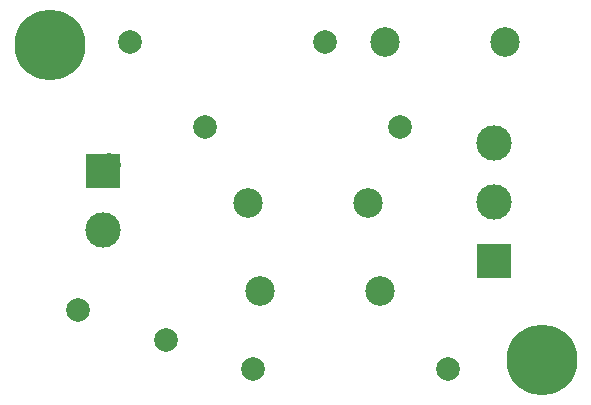
<source format=gtl>
G04*
G04 #@! TF.GenerationSoftware,Altium Limited,Altium Designer,19.1.8 (144)*
G04*
G04 Layer_Physical_Order=1*
G04 Layer_Color=255*
%FSLAX24Y24*%
%MOIN*%
G70*
G01*
G75*
%ADD23C,0.0984*%
%ADD24C,0.0787*%
%ADD25C,0.1181*%
%ADD26R,0.1181X0.1181*%
%ADD27C,0.0984*%
%ADD28C,0.2362*%
%ADD29C,0.0787*%
D23*
X3415Y5059D02*
X3435Y5079D01*
D24*
Y7047D02*
X3632Y7244D01*
X16835Y11339D02*
Y11348D01*
D25*
X3435Y5079D02*
D03*
X16457Y6024D02*
D03*
Y7992D02*
D03*
D26*
X3435Y7047D02*
D03*
X16457Y4055D02*
D03*
D27*
X8669Y3031D02*
D03*
X12669D02*
D03*
X12835Y11339D02*
D03*
X16835D02*
D03*
X12268Y5984D02*
D03*
X8268D02*
D03*
D28*
X18071Y748D02*
D03*
X1654Y11260D02*
D03*
D29*
X2598Y2402D02*
D03*
X5551Y1417D02*
D03*
X4331Y11339D02*
D03*
X10831D02*
D03*
X8421Y433D02*
D03*
X14921D02*
D03*
X6846Y8504D02*
D03*
X13346D02*
D03*
M02*

</source>
